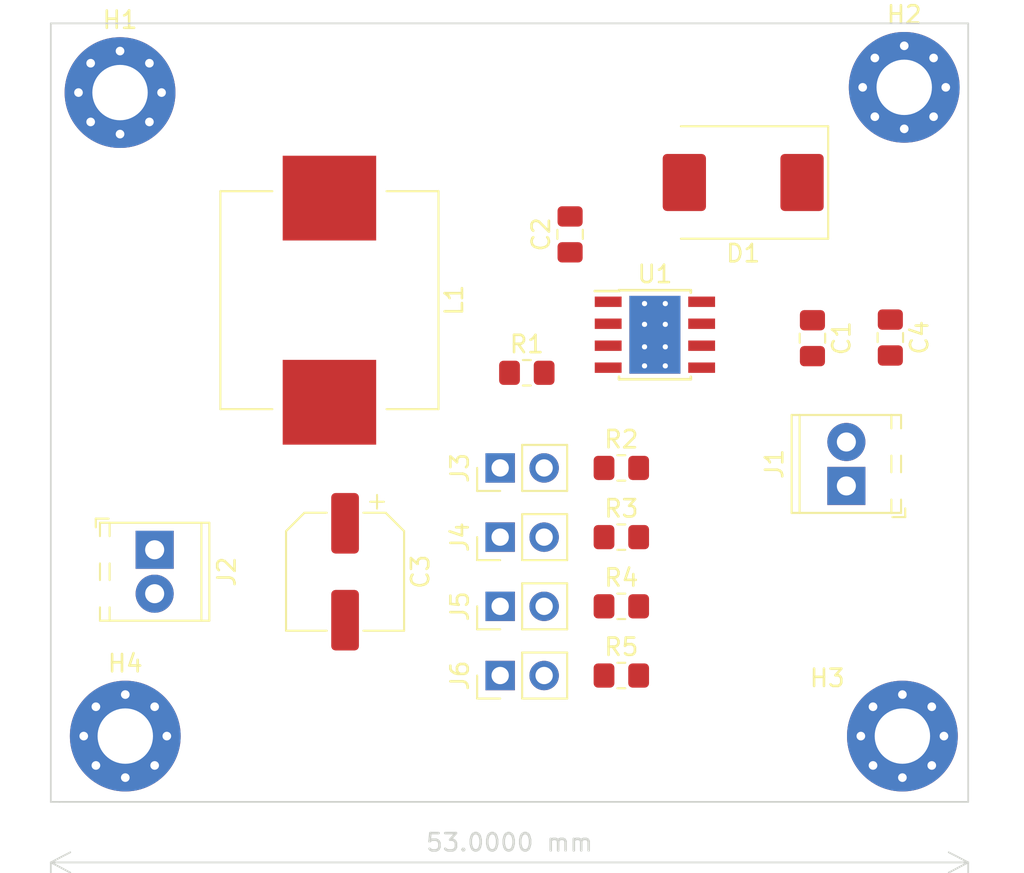
<source format=kicad_pcb>
(kicad_pcb (version 20221018) (generator pcbnew)
  (layers (0 "F.Cu" signal) (31 "B.Cu" signal) (34 "B.Paste" user) (35 "F.Paste" user) (36 "B.SilkS" user "B.Silkscreen") (37 "F.SilkS" user "F.Silkscreen") (38 "B.Mask" user) (39 "F.Mask" user) (44 "Edge.Cuts" user))
  (net 0 "")
  (net 1 "/VIN")
  (net 2 "GND")
  (net 3 "Net-(U1-BOOT)")
  (net 4 "/PH")
  (net 5 "/VOUT")
  (net 6 "Net-(J3-Pin_1)")
  (net 7 "Net-(J3-Pin_2)")
  (net 8 "Net-(J4-Pin_2)")
  (net 9 "Net-(J5-Pin_2)")
  (net 10 "Net-(J6-Pin_2)")
  (footprint "Package_SO:TI_SO-PowerPAD-8_ThermalVias" (layer "F.Cu") (at 101.9 57.997056)
    (fp_text reference "U1" (at 0 -3.5) (layer "F.SilkS"))
    (fp_text value "TPS5430DDA")
    (fp_line (start -2.075 -2.575) (end -2.075 -2.525) (stroke (width 0.15)) (layer "F.SilkS"))
    (fp_line (start -2.075 -2.575) (end 2.075 -2.575) (stroke (width 0.15)) (layer "F.SilkS"))
    (fp_line (start -2.075 -2.525) (end -3.475 -2.525) (stroke (width 0.15)) (layer "F.SilkS"))
    (fp_line (start -2.075 2.575) (end -2.075 2.43) (stroke (width 0.15)) (layer "F.SilkS"))
    (fp_line (start -2.075 2.575) (end 2.075 2.575) (stroke (width 0.15)) (layer "F.SilkS"))
    (fp_line (start 2.075 -2.575) (end 2.075 -2.43) (stroke (width 0.15)) (layer "F.SilkS"))
    (fp_line (start 2.075 2.575) (end 2.075 2.43) (stroke (width 0.15)) (layer "F.SilkS"))
    (pad "1" smd rect (at -2.7 -1.905) (size 1.55 0.6) (layers "F.Cu" "F.Paste" "F.Mask") (net 3 "Net-(U1-BOOT)"))
    (pad "2" smd rect (at -2.7 -0.635) (size 1.55 0.6) (layers "F.Cu" "F.Paste" "F.Mask"))
    (pad "3" smd rect (at -2.7 0.635) (size 1.55 0.6) (layers "F.Cu" "F.Paste" "F.Mask"))
    (pad "4" smd rect (at -2.7 1.905) (size 1.55 0.6) (layers "F.Cu" "F.Paste" "F.Mask") (net 6 "Net-(J3-Pin_1)"))
    (pad "5" smd rect (at 2.7 1.905) (size 1.55 0.6) (layers "F.Cu" "F.Paste" "F.Mask"))
    (pad "6" smd rect (at 2.7 0.635) (size 1.55 0.6) (layers "F.Cu" "F.Paste" "F.Mask") (net 2 "GND"))
    (pad "7" smd rect (at 2.7 -0.635) (size 1.55 0.6) (layers "F.Cu" "F.Paste" "F.Mask") (net 1 "/VIN"))
    (pad "8" smd rect (at 2.7 -1.905) (size 1.55 0.6) (layers "F.Cu" "F.Paste" "F.Mask") (net 4 "/PH"))
    (pad "9" thru_hole circle (at -0.6 -1.8) (size 0.6 0.6) (drill 0.3) (layers "*.Cu") (net 2 "GND"))
    (pad "9" thru_hole circle (at -0.6 -0.6) (size 0.6 0.6) (drill 0.3) (layers "*.Cu") (net 2 "GND"))
    (pad "9" thru_hole circle (at -0.6 0.7) (size 0.6 0.6) (drill 0.3) (layers "*.Cu") (net 2 "GND"))
    (pad "9" thru_hole circle (at -0.6 1.8) (size 0.6 0.6) (drill 0.3) (layers "*.Cu") (net 2 "GND"))
    (pad "9" smd rect (at 0 0) (size 2.6 3.1) (layers "F.Cu" "F.Paste" "F.Mask") (net 2 "GND"))
    (pad "9" smd rect (at 0 0) (size 2.95 4.5) (layers "F.Cu") (net 2 "GND"))
    (pad "9" smd rect (at 0 0) (size 2.95 4.5) (layers "B.Cu") (net 2 "GND"))
    (pad "9" thru_hole circle (at 0.6 -1.8) (size 0.6 0.6) (drill 0.3) (layers "*.Cu") (net 2 "GND"))
    (pad "9" thru_hole circle (at 0.6 -0.6) (size 0.6 0.6) (drill 0.3) (layers "*.Cu") (net 2 "GND"))
    (pad "9" thru_hole circle (at 0.6 0.7) (size 0.6 0.6) (drill 0.3) (layers "*.Cu") (net 2 "GND"))
    (pad "9" thru_hole circle (at 0.6 1.8) (size 0.6 0.6) (drill 0.3) (layers "*.Cu") (net 2 "GND"))
  )
  (footprint "Capacitor_SMD:C_0805_2012Metric_Pad1.18x1.45mm_HandSolder" (layer "F.Cu") (at 115.5 58.159556 -90)
    (fp_text reference "C4" (at 0 -1.68 90) (layer "F.SilkS"))
    (fp_text value "4.7u")
    (fp_line (start -0.261252 -0.735) (end 0.261252 -0.735) (stroke (width 0.12)) (layer "F.SilkS"))
    (fp_line (start -0.261252 0.735) (end 0.261252 0.735) (stroke (width 0.12)) (layer "F.SilkS"))
    (pad "1" smd roundrect (at -1.0375 0 270) (size 1.175 1.45) (layers "F.Cu" "F.Paste" "F.Mask") (roundrect_rratio 0.212766) (net 1 "/VIN"))
    (pad "2" smd roundrect (at 1.0375 0 270) (size 1.175 1.45) (layers "F.Cu" "F.Paste" "F.Mask") (roundrect_rratio 0.212766) (net 2 "GND"))
  )
  (footprint "TerminalBlock_Phoenix:TerminalBlock_Phoenix_MPT-0,5-2-2.54_1x02_P2.54mm_Horizontal" (layer "F.Cu") (at 73 70.427056 -90)
    (fp_text reference "J2" (at 1.27 -4.16 90) (layer "F.SilkS"))
    (fp_text value "Conn_01x02")
    (fp_line (start -1.8 2.66) (end -1.8 3.4) (stroke (width 0.12)) (layer "F.SilkS"))
    (fp_line (start -1.8 3.4) (end -1.3 3.4) (stroke (width 0.12)) (layer "F.SilkS"))
    (fp_line (start -1.56 -3.16) (end -1.56 3.16) (stroke (width 0.12)) (layer "F.SilkS"))
    (fp_line (start -1.56 -3.16) (end 4.1 -3.16) (stroke (width 0.12)) (layer "F.SilkS"))
    (fp_line (start -1.56 -2.7) (end 4.1 -2.7) (stroke (width 0.12)) (layer "F.SilkS"))
    (fp_line (start -1.56 2.6) (end -0.79 2.6) (stroke (width 0.12)) (layer "F.SilkS"))
    (fp_line (start -1.56 3.16) (end -0.79 3.16) (stroke (width 0.12)) (layer "F.SilkS"))
    (fp_line (start 0.79 2.6) (end 1.75 2.6) (stroke (width 0.12)) (layer "F.SilkS"))
    (fp_line (start 0.79 3.16) (end 1.75 3.16) (stroke (width 0.12)) (layer "F.SilkS"))
    (fp_line (start 3.33 2.6) (end 4.1 2.6) (stroke (width 0.12)) (layer "F.SilkS"))
    (fp_line (start 3.33 3.16) (end 4.1 3.16) (stroke (width 0.12)) (layer "F.SilkS"))
    (fp_line (start 4.1 -3.16) (end 4.1 3.16) (stroke (width 0.12)) (layer "F.SilkS"))
    (pad "" np_thru_hole circle (at 0 2.54 270) (size 1.1 1.1) (drill 1.1) (layers "*.Cu" "*.Mask"))
    (pad "" np_thru_hole circle (at 2.54 2.54 270) (size 1.1 1.1) (drill 1.1) (layers "*.Cu" "*.Mask"))
    (pad "1" thru_hole rect (at 0 0 270) (size 2.2 2.2) (drill 1.1) (layers "*.Cu" "*.Mask") (net 5 "/VOUT"))
    (pad "2" thru_hole circle (at 2.54 0 270) (size 2.2 2.2) (drill 1.1) (layers "*.Cu" "*.Mask") (net 2 "GND"))
  )
  (footprint "Connector_PinHeader_2.54mm:PinHeader_1x02_P2.54mm_Vertical" (layer "F.Cu") (at 92.96 65.697056 90)
    (fp_text reference "J3" (at 0 -2.33 90) (layer "F.SilkS"))
    (fp_text value "Conn_01x02" hide)
    (fp_line (start -1.33 -1.33) (end 0 -1.33) (stroke (width 0.12)) (layer "F.SilkS"))
    (fp_line (start -1.33 0) (end -1.33 -1.33) (stroke (width 0.12)) (layer "F.SilkS"))
    (fp_line (start -1.33 1.27) (end -1.33 3.87) (stroke (width 0.12)) (layer "F.SilkS"))
    (fp_line (start -1.33 1.27) (end 1.33 1.27) (stroke (width 0.12)) (layer "F.SilkS"))
    (fp_line (start -1.33 3.87) (end 1.33 3.87) (stroke (width 0.12)) (layer "F.SilkS"))
    (fp_line (start 1.33 1.27) (end 1.33 3.87) (stroke (width 0.12)) (layer "F.SilkS"))
    (pad "1" thru_hole rect (at 0 0 90) (size 1.7 1.7) (drill 1) (layers "*.Cu" "*.Mask") (net 6 "Net-(J3-Pin_1)"))
    (pad "2" thru_hole oval (at 0 2.54 90) (size 1.7 1.7) (drill 1) (layers "*.Cu" "*.Mask") (net 7 "Net-(J3-Pin_2)"))
  )
  (footprint "Connector_PinHeader_2.54mm:PinHeader_1x02_P2.54mm_Vertical" (layer "F.Cu") (at 92.96 73.697056 90)
    (fp_text reference "J5" (at 0 -2.33 90) (layer "F.SilkS"))
    (fp_text value "Conn_01x02" hide)
    (fp_line (start -1.33 -1.33) (end 0 -1.33) (stroke (width 0.12)) (layer "F.SilkS"))
    (fp_line (start -1.33 0) (end -1.33 -1.33) (stroke (width 0.12)) (layer "F.SilkS"))
    (fp_line (start -1.33 1.27) (end -1.33 3.87) (stroke (width 0.12)) (layer "F.SilkS"))
    (fp_line (start -1.33 1.27) (end 1.33 1.27) (stroke (width 0.12)) (layer "F.SilkS"))
    (fp_line (start -1.33 3.87) (end 1.33 3.87) (stroke (width 0.12)) (layer "F.SilkS"))
    (fp_line (start 1.33 1.27) (end 1.33 3.87) (stroke (width 0.12)) (layer "F.SilkS"))
    (pad "1" thru_hole rect (at 0 0 90) (size 1.7 1.7) (drill 1) (layers "*.Cu" "*.Mask") (net 6 "Net-(J3-Pin_1)"))
    (pad "2" thru_hole oval (at 0 2.54 90) (size 1.7 1.7) (drill 1) (layers "*.Cu" "*.Mask") (net 9 "Net-(J5-Pin_2)"))
  )
  (footprint "Connector_PinHeader_2.54mm:PinHeader_1x02_P2.54mm_Vertical" (layer "F.Cu") (at 92.96 77.697056 90)
    (fp_text reference "J6" (at 0 -2.33 90) (layer "F.SilkS"))
    (fp_text value "Conn_01x02" hide)
    (fp_line (start -1.33 -1.33) (end 0 -1.33) (stroke (width 0.12)) (layer "F.SilkS"))
    (fp_line (start -1.33 0) (end -1.33 -1.33) (stroke (width 0.12)) (layer "F.SilkS"))
    (fp_line (start -1.33 1.27) (end -1.33 3.87) (stroke (width 0.12)) (layer "F.SilkS"))
    (fp_line (start -1.33 1.27) (end 1.33 1.27) (stroke (width 0.12)) (layer "F.SilkS"))
    (fp_line (start -1.33 3.87) (end 1.33 3.87) (stroke (width 0.12)) (layer "F.SilkS"))
    (fp_line (start 1.33 1.27) (end 1.33 3.87) (stroke (width 0.12)) (layer "F.SilkS"))
    (pad "1" thru_hole rect (at 0 0 90) (size 1.7 1.7) (drill 1) (layers "*.Cu" "*.Mask") (net 6 "Net-(J3-Pin_1)"))
    (pad "2" thru_hole oval (at 0 2.54 90) (size 1.7 1.7) (drill 1) (layers "*.Cu" "*.Mask") (net 10 "Net-(J6-Pin_2)"))
  )
  (footprint "Capacitor_SMD:C_0805_2012Metric_Pad1.18x1.45mm_HandSolder" (layer "F.Cu") (at 111 58.197056 -90)
    (fp_text reference "C1" (at 0 -1.68 90) (layer "F.SilkS"))
    (fp_text value "10u")
    (fp_line (start -0.261252 -0.735) (end 0.261252 -0.735) (stroke (width 0.12)) (layer "F.SilkS"))
    (fp_line (start -0.261252 0.735) (end 0.261252 0.735) (stroke (width 0.12)) (layer "F.SilkS"))
    (pad "1" smd roundrect (at -1.0375 0 270) (size 1.175 1.45) (layers "F.Cu" "F.Paste" "F.Mask") (roundrect_rratio 0.212766) (net 1 "/VIN"))
    (pad "2" smd roundrect (at 1.0375 0 270) (size 1.175 1.45) (layers "F.Cu" "F.Paste" "F.Mask") (roundrect_rratio 0.212766) (net 2 "GND"))
  )
  (footprint "Connector_PinHeader_2.54mm:PinHeader_1x02_P2.54mm_Vertical" (layer "F.Cu") (at 92.96 69.697056 90)
    (fp_text reference "J4" (at 0 -2.33 90) (layer "F.SilkS"))
    (fp_text value "Conn_01x02" hide)
    (fp_line (start -1.33 -1.33) (end 0 -1.33) (stroke (width 0.12)) (layer "F.SilkS"))
    (fp_line (start -1.33 0) (end -1.33 -1.33) (stroke (width 0.12)) (layer "F.SilkS"))
    (fp_line (start -1.33 1.27) (end -1.33 3.87) (stroke (width 0.12)) (layer "F.SilkS"))
    (fp_line (start -1.33 1.27) (end 1.33 1.27) (stroke (width 0.12)) (layer "F.SilkS"))
    (fp_line (start -1.33 3.87) (end 1.33 3.87) (stroke (width 0.12)) (layer "F.SilkS"))
    (fp_line (start 1.33 1.27) (end 1.33 3.87) (stroke (width 0.12)) (layer "F.SilkS"))
    (pad "1" thru_hole rect (at 0 0 90) (size 1.7 1.7) (drill 1) (layers "*.Cu" "*.Mask") (net 6 "Net-(J3-Pin_1)"))
    (pad "2" thru_hole oval (at 0 2.54 90) (size 1.7 1.7) (drill 1) (layers "*.Cu" "*.Mask") (net 8 "Net-(J4-Pin_2)"))
  )
  (footprint "TerminalBlock_Phoenix:TerminalBlock_Phoenix_MPT-0,5-2-2.54_1x02_P2.54mm_Horizontal" (layer "F.Cu") (at 112.96 66.737056 90)
    (fp_text reference "J1" (at 1.27 -4.16 90) (layer "F.SilkS"))
    (fp_text value "Conn_01x02")
    (fp_line (start -1.8 2.66) (end -1.8 3.4) (stroke (width 0.12)) (layer "F.SilkS"))
    (fp_line (start -1.8 3.4) (end -1.3 3.4) (stroke (width 0.12)) (layer "F.SilkS"))
    (fp_line (start -1.56 -3.16) (end -1.56 3.16) (stroke (width 0.12)) (layer "F.SilkS"))
    (fp_line (start -1.56 -3.16) (end 4.1 -3.16) (stroke (width 0.12)) (layer "F.SilkS"))
    (fp_line (start -1.56 -2.7) (end 4.1 -2.7) (stroke (width 0.12)) (layer "F.SilkS"))
    (fp_line (start -1.56 2.6) (end -0.79 2.6) (stroke (width 0.12)) (layer "F.SilkS"))
    (fp_line (start -1.56 3.16) (end -0.79 3.16) (stroke (width 0.12)) (layer "F.SilkS"))
    (fp_line (start 0.79 2.6) (end 1.75 2.6) (stroke (width 0.12)) (layer "F.SilkS"))
    (fp_line (start 0.79 3.16) (end 1.75 3.16) (stroke (width 0.12)) (layer "F.SilkS"))
    (fp_line (start 3.33 2.6) (end 4.1 2.6) (stroke (width 0.12)) (layer "F.SilkS"))
    (fp_line (start 3.33 3.16) (end 4.1 3.16) (stroke (width 0.12)) (layer "F.SilkS"))
    (fp_line (start 4.1 -3.16) (end 4.1 3.16) (stroke (width 0.12)) (layer "F.SilkS"))
    (pad "" np_thru_hole circle (at 0 2.54 90) (size 1.1 1.1) (drill 1.1) (layers "*.Cu" "*.Mask"))
    (pad "" np_thru_hole circle (at 2.54 2.54 90) (size 1.1 1.1) (drill 1.1) (layers "*.Cu" "*.Mask"))
    (pad "1" thru_hole rect (at 0 0 90) (size 2.2 2.2) (drill 1.1) (layers "*.Cu" "*.Mask") (net 2 "GND"))
    (pad "2" thru_hole circle (at 2.54 0 90) (size 2.2 2.2) (drill 1.1) (layers "*.Cu" "*.Mask") (net 1 "/VIN"))
  )
  (footprint "Capacitor_SMD:C_0805_2012Metric_Pad1.18x1.45mm_HandSolder" (layer "F.Cu") (at 97 52.197056 90)
    (fp_text reference "C2" (at 0 -1.68 90) (layer "F.SilkS"))
    (fp_text value "0.01u")
    (fp_line (start -0.261252 -0.735) (end 0.261252 -0.735) (stroke (width 0.12)) (layer "F.SilkS"))
    (fp_line (start -0.261252 0.735) (end 0.261252 0.735) (stroke (width 0.12)) (layer "F.SilkS"))
    (pad "1" smd roundrect (at -1.0375 0 90) (size 1.175 1.45) (layers "F.Cu" "F.Paste" "F.Mask") (roundrect_rratio 0.212766) (net 3 "Net-(U1-BOOT)"))
    (pad "2" smd roundrect (at 1.0375 0 90) (size 1.175 1.45) (layers "F.Cu" "F.Paste" "F.Mask") (roundrect_rratio 0.212766) (net 4 "/PH"))
  )
  (footprint "Resistor_SMD:R_0805_2012Metric_Pad1.20x1.40mm_HandSolder" (layer "F.Cu") (at 99.96 73.697056)
    (fp_text reference "R4" (at 0 -1.65) (layer "F.SilkS"))
    (fp_text value "9.53k" hide)
    (fp_line (start -0.227064 -0.735) (end 0.227064 -0.735) (stroke (width 0.12)) (layer "F.SilkS"))
    (fp_line (start -0.227064 0.735) (end 0.227064 0.735) (stroke (width 0.12)) (layer "F.SilkS"))
    (pad "1" smd roundrect (at -1 0) (size 1.2 1.4) (layers "F.Cu" "F.Paste" "F.Mask") (roundrect_rratio 0.208333) (net 9 "Net-(J5-Pin_2)"))
    (pad "2" smd roundrect (at 1 0) (size 1.2 1.4) (layers "F.Cu" "F.Paste" "F.Mask") (roundrect_rratio 0.208333) (net 2 "GND"))
  )
  (footprint "Resistor_SMD:R_0805_2012Metric_Pad1.20x1.40mm_HandSolder" (layer "F.Cu") (at 99.96 65.697056)
    (fp_text reference "R2" (at 0 -1.65) (layer "F.SilkS"))
    (fp_text value "3.24k" hide)
    (fp_line (start -0.227064 -0.735) (end 0.227064 -0.735) (stroke (width 0.12)) (layer "F.SilkS"))
    (fp_line (start -0.227064 0.735) (end 0.227064 0.735) (stroke (width 0.12)) (layer "F.SilkS"))
    (pad "1" smd roundrect (at -1 0) (size 1.2 1.4) (layers "F.Cu" "F.Paste" "F.Mask") (roundrect_rratio 0.208333) (net 7 "Net-(J3-Pin_2)"))
    (pad "2" smd roundrect (at 1 0) (size 1.2 1.4) (layers "F.Cu" "F.Paste" "F.Mask") (roundrect_rratio 0.208333) (net 2 "GND"))
  )
  (footprint "Resistor_SMD:R_0805_2012Metric_Pad1.20x1.40mm_HandSolder" (layer "F.Cu") (at 99.96 69.697056)
    (fp_text reference "R3" (at 0 -1.65) (layer "F.SilkS"))
    (fp_text value "5.9k" hide)
    (fp_line (start -0.227064 -0.735) (end 0.227064 -0.735) (stroke (width 0.12)) (layer "F.SilkS"))
    (fp_line (start -0.227064 0.735) (end 0.227064 0.735) (stroke (width 0.12)) (layer "F.SilkS"))
    (pad "1" smd roundrect (at -1 0) (size 1.2 1.4) (layers "F.Cu" "F.Paste" "F.Mask") (roundrect_rratio 0.208333) (net 8 "Net-(J4-Pin_2)"))
    (pad "2" smd roundrect (at 1 0) (size 1.2 1.4) (layers "F.Cu" "F.Paste" "F.Mask") (roundrect_rratio 0.208333) (net 2 "GND"))
  )
  (footprint "Capacitor_SMD:CP_Elec_6.3x5.9" (layer "F.Cu") (at 84 71.697056 -90)
    (fp_text reference "C3" (at 0 -4.35 90) (layer "F.SilkS"))
    (fp_text value "220u")
    (fp_line (start -4.4375 -1.8475) (end -3.65 -1.8475) (stroke (width 0.12)) (layer "F.SilkS"))
    (fp_line (start -4.04375 -2.24125) (end -4.04375 -1.45375) (stroke (width 0.12)) (layer "F.SilkS"))
    (fp_line (start -3.41 -2.345563) (end -3.41 -1.06) (stroke (width 0.12)) (layer "F.SilkS"))
    (fp_line (start -3.41 -2.345563) (end -2.345563 -3.41) (stroke (width 0.12)) (layer "F.SilkS"))
    (fp_line (start -3.41 2.345563) (end -3.41 1.06) (stroke (width 0.12)) (layer "F.SilkS"))
    (fp_line (start -3.41 2.345563) (end -2.345563 3.41) (stroke (width 0.12)) (layer "F.SilkS"))
    (fp_line (start -2.345563 -3.41) (end 3.41 -3.41) (stroke (width 0.12)) (layer "F.SilkS"))
    (fp_line (start -2.345563 3.41) (end 3.41 3.41) (stroke (width 0.12)) (layer "F.SilkS"))
    (fp_line (start 3.41 -3.41) (end 3.41 -1.06) (stroke (width 0.12)) (layer "F.SilkS"))
    (fp_line (start 3.41 3.41) (end 3.41 1.06) (stroke (width 0.12)) (layer "F.SilkS"))
    (pad "1" smd roundrect (at -2.8 0 270) (size 3.5 1.6) (layers "F.Cu" "F.Paste" "F.Mask") (roundrect_rratio 0.15625) (net 5 "/VOUT"))
    (pad "2" smd roundrect (at 2.8 0 270) (size 3.5 1.6) (layers "F.Cu" "F.Paste" "F.Mask") (roundrect_rratio 0.15625) (net 2 "GND"))
  )
  (footprint "MountingHole:MountingHole_3.2mm_M3_Pad_Via" (layer "F.Cu") (at 116.197056 81.197056)
    (fp_text reference "H3" (at -4.34 -3.3538) (layer "F.SilkS"))
    (fp_text value "MountingHole_Pad")
    (pad "1" thru_hole circle (at -2.4 0) (size 0.8 0.8) (drill 0.5) (layers "*.Cu" "*.Mask") (net 2 "GND"))
    (pad "1" thru_hole circle (at -1.697056 -1.697056) (size 0.8 0.8) (drill 0.5) (layers "*.Cu" "*.Mask") (net 2 "GND"))
    (pad "1" thru_hole circle (at -1.697056 1.697056) (size 0.8 0.8) (drill 0.5) (layers "*.Cu" "*.Mask") (net 2 "GND"))
    (pad "1" thru_hole circle (at 0 -2.4) (size 0.8 0.8) (drill 0.5) (layers "*.Cu" "*.Mask") (net 2 "GND"))
    (pad "1" thru_hole circle (at 0 0) (size 6.4 6.4) (drill 3.2) (layers "*.Cu" "*.Mask") (net 2 "GND"))
    (pad "1" thru_hole circle (at 0 2.4) (size 0.8 0.8) (drill 0.5) (layers "*.Cu" "*.Mask") (net 2 "GND"))
    (pad "1" thru_hole circle (at 1.697056 -1.697056) (size 0.8 0.8) (drill 0.5) (layers "*.Cu" "*.Mask") (net 2 "GND"))
    (pad "1" thru_hole circle (at 1.697056 1.697056) (size 0.8 0.8) (drill 0.5) (layers "*.Cu" "*.Mask") (net 2 "GND"))
    (pad "1" thru_hole circle (at 2.4 0) (size 0.8 0.8) (drill 0.5) (layers "*.Cu" "*.Mask") (net 2 "GND"))
  )
  (footprint "Resistor_SMD:R_0805_2012Metric_Pad1.20x1.40mm_HandSolder" (layer "F.Cu") (at 99.96 77.697056)
    (fp_text reference "R5" (at 0 -1.65) (layer "F.SilkS"))
    (fp_text value "21.5k" hide)
    (fp_line (start -0.227064 -0.735) (end 0.227064 -0.735) (stroke (width 0.12)) (layer "F.SilkS"))
    (fp_line (start -0.227064 0.735) (end 0.227064 0.735) (stroke (width 0.12)) (layer "F.SilkS"))
    (pad "1" smd roundrect (at -1 0) (size 1.2 1.4) (layers "F.Cu" "F.Paste" "F.Mask") (roundrect_rratio 0.208333) (net 10 "Net-(J6-Pin_2)"))
    (pad "2" smd roundrect (at 1 0) (size 1.2 1.4) (layers "F.Cu" "F.Paste" "F.Mask") (roundrect_rratio 0.208333) (net 2 "GND"))
  )
  (footprint "Resistor_SMD:R_0805_2012Metric_Pad1.20x1.40mm_HandSolder" (layer "F.Cu") (at 94.5 60.197056)
    (fp_text reference "R1" (at 0 -1.65) (layer "F.SilkS"))
    (fp_text value "10k")
    (fp_line (start -0.227064 -0.735) (end 0.227064 -0.735) (stroke (width 0.12)) (layer "F.SilkS"))
    (fp_line (start -0.227064 0.735) (end 0.227064 0.735) (stroke (width 0.12)) (layer "F.SilkS"))
    (pad "1" smd roundrect (at -1 0) (size 1.2 1.4) (layers "F.Cu" "F.Paste" "F.Mask") (roundrect_rratio 0.208333) (net 6 "Net-(J3-Pin_1)"))
    (pad "2" smd roundrect (at 1 0) (size 1.2 1.4) (layers "F.Cu" "F.Paste" "F.Mask") (roundrect_rratio 0.208333) (net 5 "/VOUT"))
  )
  (footprint "MountingHole:MountingHole_3.2mm_M3_Pad_Via" (layer "F.Cu") (at 116.302944 43.697056)
    (fp_text reference "H2" (at 0 -4.2) (layer "F.SilkS"))
    (fp_text value "MountingHole_Pad")
    (pad "1" thru_hole circle (at -2.4 0) (size 0.8 0.8) (drill 0.5) (layers "*.Cu" "*.Mask") (net 2 "GND"))
    (pad "1" thru_hole circle (at -1.697056 -1.697056) (size 0.8 0.8) (drill 0.5) (layers "*.Cu" "*.Mask") (net 2 "GND"))
    (pad "1" thru_hole circle (at -1.697056 1.697056) (size 0.8 0.8) (drill 0.5) (layers "*.Cu" "*.Mask") (net 2 "GND"))
    (pad "1" thru_hole circle (at 0 -2.4) (size 0.8 0.8) (drill 0.5) (layers "*.Cu" "*.Mask") (net 2 "GND"))
    (pad "1" thru_hole circle (at 0 0) (size 6.4 6.4) (drill 3.2) (layers "*.Cu" "*.Mask") (net 2 "GND"))
    (pad "1" thru_hole circle (at 0 2.4) (size 0.8 0.8) (drill 0.5) (layers "*.Cu" "*.Mask") (net 2 "GND"))
    (pad "1" thru_hole circle (at 1.697056 -1.697056) (size 0.8 0.8) (drill 0.5) (layers "*.Cu" "*.Mask") (net 2 "GND"))
    (pad "1" thru_hole circle (at 1.697056 1.697056) (size 0.8 0.8) (drill 0.5) (layers "*.Cu" "*.Mask") (net 2 "GND"))
    (pad "1" thru_hole circle (at 2.4 0) (size 0.8 0.8) (drill 0.5) (layers "*.Cu" "*.Mask") (net 2 "GND"))
  )
  (footprint "MountingHole:MountingHole_3.2mm_M3_Pad_Via" (layer "F.Cu") (at 71 44)
    (fp_text reference "H1" (at 0 -4.2) (layer "F.SilkS"))
    (fp_text value "MountingHole_Pad")
    (pad "1" thru_hole circle (at -2.4 0) (size 0.8 0.8) (drill 0.5) (layers "*.Cu" "*.Mask") (net 2 "GND"))
    (pad "1" thru_hole circle (at -1.697056 -1.697056) (size 0.8 0.8) (drill 0.5) (layers "*.Cu" "*.Mask") (net 2 "GND"))
    (pad "1" thru_hole circle (at -1.697056 1.697056) (size 0.8 0.8) (drill 0.5) (layers "*.Cu" "*.Mask") (net 2 "GND"))
    (pad "1" thru_hole circle (at 0 -2.4) (size 0.8 0.8) (drill 0.5) (layers "*.Cu" "*.Mask") (net 2 "GND"))
    (pad "1" thru_hole circle (at 0 0) (size 6.4 6.4) (drill 3.2) (layers "*.Cu" "*.Mask") (net 2 "GND"))
    (pad "1" thru_hole circle (at 0 2.4) (size 0.8 0.8) (drill 0.5) (layers "*.Cu" "*.Mask") (net 2 "GND"))
    (pad "1" thru_hole circle (at 1.697056 -1.697056) (size 0.8 0.8) (drill 0.5) (layers "*.Cu" "*.Mask") (net 2 "GND"))
    (pad "1" thru_hole circle (at 1.697056 1.697056) (size 0.8 0.8) (drill 0.5) (layers "*.Cu" "*.Mask") (net 2 "GND"))
    (pad "1" thru_hole circle (at 2.4 0) (size 0.8 0.8) (drill 0.5) (layers "*.Cu" "*.Mask") (net 2 "GND"))
  )
  (footprint "Inductor_SMD:L_Wuerth_WE-PD-Typ-LS_Handsoldering" (layer "F.Cu") (at 83.097056 56 -90)
    (fp_text reference "L1" (at 0 -7.2 90) (layer "F.SilkS"))
    (fp_text value "15u")
    (fp_line (start -6.3 -6.3) (end 6.3 -6.3) (stroke (width 0.12)) (layer "F.SilkS"))
    (fp_line (start -6.3 -3.3) (end -6.3 -6.3) (stroke (width 0.12)) (layer "F.SilkS"))
    (fp_line (start -6.3 6.3) (end -6.3 3.3) (stroke (width 0.12)) (layer "F.SilkS"))
    (fp_line (start 6.3 -6.3) (end 6.3 -3.3) (stroke (width 0.12)) (layer "F.SilkS"))
    (fp_line (start 6.3 3.3) (end 6.3 6.3) (stroke (width 0.12)) (layer "F.SilkS"))
    (fp_line (start 6.3 6.3) (end -6.3 6.3) (stroke (width 0.12)) (layer "F.SilkS"))
    (pad "1" smd rect (at -5.9 0 270) (size 4.9 5.4) (layers "F.Cu" "F.Paste" "F.Mask") (net 4 "/PH"))
    (pad "2" smd rect (at 5.9 0 270) (size 4.9 5.4) (layers "F.Cu" "F.Paste" "F.Mask") (net 5 "/VOUT"))
  )
  (footprint "Diode_SMD:D_SMC" (layer "F.Cu") (at 107 49.197056 180)
    (fp_text reference "D1" (at 0 -4.1) (layer "F.SilkS"))
    (fp_text value "B340")
    (fp_line (start -4.91 -3.25) (end 3.6 -3.25) (stroke (width 0.12)) (layer "F.SilkS"))
    (fp_line (start -4.91 3.25) (end -4.91 -3.25) (stroke (width 0.12)) (layer "F.SilkS"))
    (fp_line (start -4.91 3.25) (end 3.6 3.25) (stroke (width 0.12)) (layer "F.SilkS"))
    (pad "1" smd roundrect (at -3.4 0 270) (size 3.3 2.5) (layers "F.Cu" "F.Paste" "F.Mask") (roundrect_rratio 0.1) (net 4 "/PH"))
    (pad "2" smd roundrect (at 3.4 0 270) (size 3.3 2.5) (layers "F.Cu" "F.Paste" "F.Mask") (roundrect_rratio 0.1) (net 2 "GND"))
  )
  (footprint "MountingHole:MountingHole_3.2mm_M3_Pad_Via" (layer "F.Cu") (at 71.302944 81.197056)
    (fp_text reference "H4" (at 0 -4.2) (layer "F.SilkS"))
    (fp_text value "MountingHole_Pad")
    (pad "1" thru_hole circle (at -2.4 0) (size 0.8 0.8) (drill 0.5) (layers "*.Cu" "*.Mask") (net 2 "GND"))
    (pad "1" thru_hole circle (at -1.697056 -1.697056) (size 0.8 0.8) (drill 0.5) (layers "*.Cu" "*.Mask") (net 2 "GND"))
    (pad "1" thru_hole circle (at -1.697056 1.697056) (size 0.8 0.8) (drill 0.5) (layers "*.Cu" "*.Mask") (net 2 "GND"))
    (pad "1" thru_hole circle (at 0 -2.4) (size 0.8 0.8) (drill 0.5) (layers "*.Cu" "*.Mask") (net 2 "GND"))
    (pad "1" thru_hole circle (at 0 0) (size 6.4 6.4) (drill 3.2) (layers "*.Cu" "*.Mask") (net 2 "GND"))
    (pad "1" thru_hole circle (at 0 2.4) (size 0.8 0.8) (drill 0.5) (layers "*.Cu" "*.Mask") (net 2 "GND"))
    (pad "1" thru_hole circle (at 1.697056 -1.697056) (size 0.8 0.8) (drill 0.5) (layers "*.Cu" "*.Mask") (net 2 "GND"))
    (pad "1" thru_hole circle (at 1.697056 1.697056) (size 0.8 0.8) (drill 0.5) (layers "*.Cu" "*.Mask") (net 2 "GND"))
    (pad "1" thru_hole circle (at 2.4 0) (size 0.8 0.8) (drill 0.5) (layers "*.Cu" "*.Mask") (net 2 "GND"))
  )
  (gr_line (start 120 40) (end 120 85) (stroke (width 0.1)) (layer "Edge.Cuts"))
  (gr_line (start 67.5 85) (end 67 85) (stroke (width 0.1)) (layer "Edge.Cuts"))
  (gr_line (start 120 85) (end 67.5 85) (stroke (width 0.1)) (layer "Edge.Cuts"))
  (gr_line (start 67 40) (end 120 40) (stroke (width 0.1)) (layer "Edge.Cuts"))
  (gr_line (start 67 85) (end 67 40) (stroke (width 0.1)) (layer "Edge.Cuts"))
  (dimension (type aligned) (layer "Edge.Cuts") (pts (xy 120 88) (xy 67 88)) (height -0.499999) (gr_text "53.0000 mm" (at 93.5 87.349999) (layer "Edge.Cuts") (effects (font (size 1 1) (thickness 0.15)))) (format (prefix "") (suffix "") (units 3) (units_format 1) (precision 4)) (style (thickness 0.1) (arrow_length 1.27) (text_position_mode 0) (extension_height 0.58642) (extension_offset 0.5) keep_text_aligned))
)
</source>
